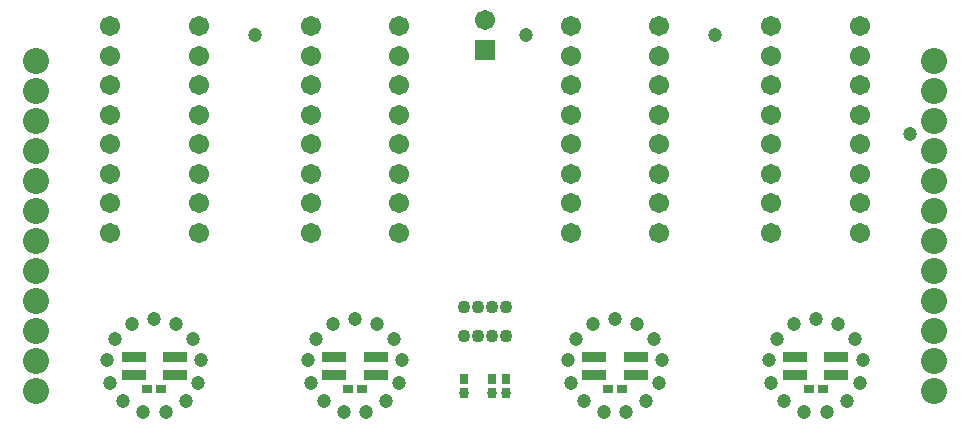
<source format=gts>
%FSLAX25Y25*%
%MOIN*%
G70*
G01*
G75*
G04 Layer_Color=8388736*
%ADD10C,0.01969*%
%ADD11C,0.01575*%
%ADD12C,0.00984*%
%ADD13C,0.01181*%
%ADD14R,0.02953X0.02362*%
%ADD15R,0.07087X0.02756*%
%ADD16R,0.02362X0.02953*%
%ADD17C,0.07874*%
%ADD18C,0.05906*%
%ADD19C,0.03937*%
%ADD20R,0.05906X0.05906*%
%ADD21C,0.03543*%
%ADD22C,0.02362*%
%ADD23C,0.03150*%
%ADD24R,0.03937X0.06890*%
%ADD25C,0.01000*%
%ADD26C,0.01969*%
%ADD27C,0.00787*%
%ADD28C,0.00100*%
%ADD29C,0.00591*%
%ADD30R,0.03753X0.03162*%
%ADD31R,0.07887X0.03556*%
%ADD32R,0.03162X0.03753*%
%ADD33C,0.08674*%
%ADD34C,0.06706*%
%ADD35C,0.04737*%
%ADD36R,0.06706X0.06706*%
%ADD37C,0.04343*%
%ADD38C,0.03162*%
D30*
X112598Y-47244D02*
D03*
X107874D02*
D03*
X45669D02*
D03*
X40945D02*
D03*
X-40945D02*
D03*
X-45669D02*
D03*
X-107874D02*
D03*
X-112598D02*
D03*
D31*
X117126Y-42323D02*
D03*
Y-36417D02*
D03*
X103347Y-42323D02*
D03*
Y-36417D02*
D03*
X50197Y-42323D02*
D03*
Y-36417D02*
D03*
X36417Y-42323D02*
D03*
Y-36417D02*
D03*
X-36417Y-42323D02*
D03*
Y-36417D02*
D03*
X-50197Y-42323D02*
D03*
Y-36417D02*
D03*
X-103347Y-42323D02*
D03*
Y-36417D02*
D03*
X-117126Y-42323D02*
D03*
Y-36417D02*
D03*
D32*
X7087Y-48425D02*
D03*
Y-43701D02*
D03*
X2362Y-48425D02*
D03*
Y-43701D02*
D03*
X-7087Y-48425D02*
D03*
Y-43701D02*
D03*
D33*
X149606Y-47717D02*
D03*
Y-37716D02*
D03*
Y-27716D02*
D03*
Y-17717D02*
D03*
Y-7717D02*
D03*
Y32283D02*
D03*
Y22284D02*
D03*
Y12284D02*
D03*
Y2283D02*
D03*
Y42283D02*
D03*
Y52284D02*
D03*
Y62283D02*
D03*
X-149606Y-47717D02*
D03*
Y-37716D02*
D03*
Y-27716D02*
D03*
Y-17717D02*
D03*
Y-7717D02*
D03*
Y32283D02*
D03*
Y22284D02*
D03*
Y12284D02*
D03*
Y2283D02*
D03*
Y42283D02*
D03*
Y52284D02*
D03*
Y62283D02*
D03*
D34*
X95472Y54134D02*
D03*
Y63976D02*
D03*
Y44291D02*
D03*
Y34449D02*
D03*
Y24606D02*
D03*
Y14764D02*
D03*
X95473Y4921D02*
D03*
X125000D02*
D03*
X125000Y14764D02*
D03*
Y24606D02*
D03*
Y34449D02*
D03*
Y44291D02*
D03*
X125000Y73819D02*
D03*
X125000Y63976D02*
D03*
Y54134D02*
D03*
X95473Y73819D02*
D03*
X28543Y54134D02*
D03*
Y63976D02*
D03*
Y44291D02*
D03*
Y34449D02*
D03*
Y24606D02*
D03*
Y14764D02*
D03*
X28543Y4921D02*
D03*
X58071D02*
D03*
X58071Y14764D02*
D03*
Y24606D02*
D03*
Y34449D02*
D03*
Y44291D02*
D03*
X58071Y73819D02*
D03*
X58071Y63976D02*
D03*
Y54134D02*
D03*
X28543Y73819D02*
D03*
X-58071Y54134D02*
D03*
Y63976D02*
D03*
Y44291D02*
D03*
Y34449D02*
D03*
Y24606D02*
D03*
Y14764D02*
D03*
X-58071Y4921D02*
D03*
X-28543D02*
D03*
X-28543Y14764D02*
D03*
Y24606D02*
D03*
Y34449D02*
D03*
Y44291D02*
D03*
X-28543Y73819D02*
D03*
X-28543Y63976D02*
D03*
Y54134D02*
D03*
X-58071Y73819D02*
D03*
X-125000Y54134D02*
D03*
Y63976D02*
D03*
Y44291D02*
D03*
Y34449D02*
D03*
Y24606D02*
D03*
Y14764D02*
D03*
X-125000Y4921D02*
D03*
X-95473D02*
D03*
X-95472Y14764D02*
D03*
Y24606D02*
D03*
Y34449D02*
D03*
Y44291D02*
D03*
X-95473Y73819D02*
D03*
X-95472Y63976D02*
D03*
Y54134D02*
D03*
X-125000Y73819D02*
D03*
X0Y75866D02*
D03*
D35*
X106467Y-54660D02*
D03*
X99793Y-51157D02*
D03*
X95511Y-44954D02*
D03*
X94603Y-37472D02*
D03*
X97276Y-30424D02*
D03*
X102918Y-25426D02*
D03*
X114005Y-54660D02*
D03*
X120679Y-51157D02*
D03*
X124961Y-44954D02*
D03*
X125869Y-37472D02*
D03*
X123196Y-30424D02*
D03*
X117555Y-25426D02*
D03*
X110236Y-23622D02*
D03*
X-76772Y70866D02*
D03*
X76772D02*
D03*
X141732Y37795D02*
D03*
X-47076Y-54660D02*
D03*
X-53750Y-51157D02*
D03*
X-58032Y-44954D02*
D03*
X-58940Y-37472D02*
D03*
X-56267Y-30424D02*
D03*
X-50625Y-25426D02*
D03*
X-39538Y-54660D02*
D03*
X-32864Y-51157D02*
D03*
X-28582Y-44954D02*
D03*
X-27674Y-37472D02*
D03*
X-30347Y-30424D02*
D03*
X-35989Y-25426D02*
D03*
X-43307Y-23622D02*
D03*
X39538Y-54660D02*
D03*
X32864Y-51157D02*
D03*
X28582Y-44954D02*
D03*
X27674Y-37472D02*
D03*
X30347Y-30424D02*
D03*
X35989Y-25426D02*
D03*
X47076Y-54660D02*
D03*
X53750Y-51157D02*
D03*
X58032Y-44954D02*
D03*
X58940Y-37472D02*
D03*
X56267Y-30424D02*
D03*
X50625Y-25426D02*
D03*
X43307Y-23622D02*
D03*
X-114005Y-54660D02*
D03*
X-120679Y-51157D02*
D03*
X-124961Y-44954D02*
D03*
X-125869Y-37472D02*
D03*
X-123196Y-30424D02*
D03*
X-117555Y-25426D02*
D03*
X-106467Y-54660D02*
D03*
X-99793Y-51157D02*
D03*
X-95511Y-44954D02*
D03*
X-94603Y-37472D02*
D03*
X-97276Y-30424D02*
D03*
X-102918Y-25426D02*
D03*
X-110236Y-23622D02*
D03*
X13780Y70866D02*
D03*
D36*
X0Y65866D02*
D03*
D37*
X-2362Y-19685D02*
D03*
X2362D02*
D03*
X-7087D02*
D03*
X7087D02*
D03*
X-2362Y-29528D02*
D03*
X2362D02*
D03*
X-7087D02*
D03*
X7087D02*
D03*
D38*
X7087Y-48425D02*
D03*
X2362D02*
D03*
X-7087D02*
D03*
X38386Y-36417D02*
D03*
X48228Y-42323D02*
D03*
X38386D02*
D03*
X105315D02*
D03*
X115157D02*
D03*
X105315Y-36417D02*
D03*
X-48228Y-42323D02*
D03*
X-38386D02*
D03*
X-48228Y-36417D02*
D03*
X-115157Y-42323D02*
D03*
X-105315D02*
D03*
X-115157Y-36417D02*
D03*
M02*

</source>
